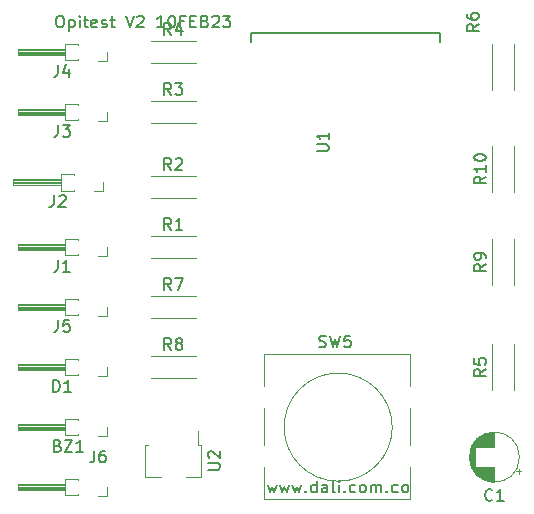
<source format=gbr>
%TF.GenerationSoftware,KiCad,Pcbnew,(5.1.10)-1*%
%TF.CreationDate,2023-02-11T08:53:15-05:00*%
%TF.ProjectId,Optitest,4f707469-7465-4737-942e-6b696361645f,rev?*%
%TF.SameCoordinates,Original*%
%TF.FileFunction,Legend,Top*%
%TF.FilePolarity,Positive*%
%FSLAX46Y46*%
G04 Gerber Fmt 4.6, Leading zero omitted, Abs format (unit mm)*
G04 Created by KiCad (PCBNEW (5.1.10)-1) date 2023-02-11 08:53:15*
%MOMM*%
%LPD*%
G01*
G04 APERTURE LIST*
%ADD10C,0.150000*%
%ADD11C,0.152400*%
%ADD12C,0.120000*%
G04 APERTURE END LIST*
D10*
X112133809Y-103925714D02*
X112324285Y-104592380D01*
X112514761Y-104116190D01*
X112705238Y-104592380D01*
X112895714Y-103925714D01*
X113181428Y-103925714D02*
X113371904Y-104592380D01*
X113562380Y-104116190D01*
X113752857Y-104592380D01*
X113943333Y-103925714D01*
X114229047Y-103925714D02*
X114419523Y-104592380D01*
X114610000Y-104116190D01*
X114800476Y-104592380D01*
X114990952Y-103925714D01*
X115371904Y-104497142D02*
X115419523Y-104544761D01*
X115371904Y-104592380D01*
X115324285Y-104544761D01*
X115371904Y-104497142D01*
X115371904Y-104592380D01*
X116276666Y-104592380D02*
X116276666Y-103592380D01*
X116276666Y-104544761D02*
X116181428Y-104592380D01*
X115990952Y-104592380D01*
X115895714Y-104544761D01*
X115848095Y-104497142D01*
X115800476Y-104401904D01*
X115800476Y-104116190D01*
X115848095Y-104020952D01*
X115895714Y-103973333D01*
X115990952Y-103925714D01*
X116181428Y-103925714D01*
X116276666Y-103973333D01*
X117181428Y-104592380D02*
X117181428Y-104068571D01*
X117133809Y-103973333D01*
X117038571Y-103925714D01*
X116848095Y-103925714D01*
X116752857Y-103973333D01*
X117181428Y-104544761D02*
X117086190Y-104592380D01*
X116848095Y-104592380D01*
X116752857Y-104544761D01*
X116705238Y-104449523D01*
X116705238Y-104354285D01*
X116752857Y-104259047D01*
X116848095Y-104211428D01*
X117086190Y-104211428D01*
X117181428Y-104163809D01*
X117800476Y-104592380D02*
X117705238Y-104544761D01*
X117657619Y-104449523D01*
X117657619Y-103592380D01*
X118181428Y-104592380D02*
X118181428Y-103925714D01*
X118181428Y-103592380D02*
X118133809Y-103640000D01*
X118181428Y-103687619D01*
X118229047Y-103640000D01*
X118181428Y-103592380D01*
X118181428Y-103687619D01*
X118657619Y-104497142D02*
X118705238Y-104544761D01*
X118657619Y-104592380D01*
X118610000Y-104544761D01*
X118657619Y-104497142D01*
X118657619Y-104592380D01*
X119562380Y-104544761D02*
X119467142Y-104592380D01*
X119276666Y-104592380D01*
X119181428Y-104544761D01*
X119133809Y-104497142D01*
X119086190Y-104401904D01*
X119086190Y-104116190D01*
X119133809Y-104020952D01*
X119181428Y-103973333D01*
X119276666Y-103925714D01*
X119467142Y-103925714D01*
X119562380Y-103973333D01*
X120133809Y-104592380D02*
X120038571Y-104544761D01*
X119990952Y-104497142D01*
X119943333Y-104401904D01*
X119943333Y-104116190D01*
X119990952Y-104020952D01*
X120038571Y-103973333D01*
X120133809Y-103925714D01*
X120276666Y-103925714D01*
X120371904Y-103973333D01*
X120419523Y-104020952D01*
X120467142Y-104116190D01*
X120467142Y-104401904D01*
X120419523Y-104497142D01*
X120371904Y-104544761D01*
X120276666Y-104592380D01*
X120133809Y-104592380D01*
X120895714Y-104592380D02*
X120895714Y-103925714D01*
X120895714Y-104020952D02*
X120943333Y-103973333D01*
X121038571Y-103925714D01*
X121181428Y-103925714D01*
X121276666Y-103973333D01*
X121324285Y-104068571D01*
X121324285Y-104592380D01*
X121324285Y-104068571D02*
X121371904Y-103973333D01*
X121467142Y-103925714D01*
X121610000Y-103925714D01*
X121705238Y-103973333D01*
X121752857Y-104068571D01*
X121752857Y-104592380D01*
X122229047Y-104497142D02*
X122276666Y-104544761D01*
X122229047Y-104592380D01*
X122181428Y-104544761D01*
X122229047Y-104497142D01*
X122229047Y-104592380D01*
X123133809Y-104544761D02*
X123038571Y-104592380D01*
X122848095Y-104592380D01*
X122752857Y-104544761D01*
X122705238Y-104497142D01*
X122657619Y-104401904D01*
X122657619Y-104116190D01*
X122705238Y-104020952D01*
X122752857Y-103973333D01*
X122848095Y-103925714D01*
X123038571Y-103925714D01*
X123133809Y-103973333D01*
X123705238Y-104592380D02*
X123610000Y-104544761D01*
X123562380Y-104497142D01*
X123514761Y-104401904D01*
X123514761Y-104116190D01*
X123562380Y-104020952D01*
X123610000Y-103973333D01*
X123705238Y-103925714D01*
X123848095Y-103925714D01*
X123943333Y-103973333D01*
X123990952Y-104020952D01*
X124038571Y-104116190D01*
X124038571Y-104401904D01*
X123990952Y-104497142D01*
X123943333Y-104544761D01*
X123848095Y-104592380D01*
X123705238Y-104592380D01*
X94457142Y-64222380D02*
X94647619Y-64222380D01*
X94742857Y-64270000D01*
X94838095Y-64365238D01*
X94885714Y-64555714D01*
X94885714Y-64889047D01*
X94838095Y-65079523D01*
X94742857Y-65174761D01*
X94647619Y-65222380D01*
X94457142Y-65222380D01*
X94361904Y-65174761D01*
X94266666Y-65079523D01*
X94219047Y-64889047D01*
X94219047Y-64555714D01*
X94266666Y-64365238D01*
X94361904Y-64270000D01*
X94457142Y-64222380D01*
X95314285Y-64555714D02*
X95314285Y-65555714D01*
X95314285Y-64603333D02*
X95409523Y-64555714D01*
X95600000Y-64555714D01*
X95695238Y-64603333D01*
X95742857Y-64650952D01*
X95790476Y-64746190D01*
X95790476Y-65031904D01*
X95742857Y-65127142D01*
X95695238Y-65174761D01*
X95600000Y-65222380D01*
X95409523Y-65222380D01*
X95314285Y-65174761D01*
X96219047Y-65222380D02*
X96219047Y-64555714D01*
X96219047Y-64222380D02*
X96171428Y-64270000D01*
X96219047Y-64317619D01*
X96266666Y-64270000D01*
X96219047Y-64222380D01*
X96219047Y-64317619D01*
X96552380Y-64555714D02*
X96933333Y-64555714D01*
X96695238Y-64222380D02*
X96695238Y-65079523D01*
X96742857Y-65174761D01*
X96838095Y-65222380D01*
X96933333Y-65222380D01*
X97647619Y-65174761D02*
X97552380Y-65222380D01*
X97361904Y-65222380D01*
X97266666Y-65174761D01*
X97219047Y-65079523D01*
X97219047Y-64698571D01*
X97266666Y-64603333D01*
X97361904Y-64555714D01*
X97552380Y-64555714D01*
X97647619Y-64603333D01*
X97695238Y-64698571D01*
X97695238Y-64793809D01*
X97219047Y-64889047D01*
X98076190Y-65174761D02*
X98171428Y-65222380D01*
X98361904Y-65222380D01*
X98457142Y-65174761D01*
X98504761Y-65079523D01*
X98504761Y-65031904D01*
X98457142Y-64936666D01*
X98361904Y-64889047D01*
X98219047Y-64889047D01*
X98123809Y-64841428D01*
X98076190Y-64746190D01*
X98076190Y-64698571D01*
X98123809Y-64603333D01*
X98219047Y-64555714D01*
X98361904Y-64555714D01*
X98457142Y-64603333D01*
X98790476Y-64555714D02*
X99171428Y-64555714D01*
X98933333Y-64222380D02*
X98933333Y-65079523D01*
X98980952Y-65174761D01*
X99076190Y-65222380D01*
X99171428Y-65222380D01*
X100123809Y-64222380D02*
X100457142Y-65222380D01*
X100790476Y-64222380D01*
X101076190Y-64317619D02*
X101123809Y-64270000D01*
X101219047Y-64222380D01*
X101457142Y-64222380D01*
X101552380Y-64270000D01*
X101600000Y-64317619D01*
X101647619Y-64412857D01*
X101647619Y-64508095D01*
X101600000Y-64650952D01*
X101028571Y-65222380D01*
X101647619Y-65222380D01*
X103361904Y-65222380D02*
X102790476Y-65222380D01*
X103076190Y-65222380D02*
X103076190Y-64222380D01*
X102980952Y-64365238D01*
X102885714Y-64460476D01*
X102790476Y-64508095D01*
X103980952Y-64222380D02*
X104076190Y-64222380D01*
X104171428Y-64270000D01*
X104219047Y-64317619D01*
X104266666Y-64412857D01*
X104314285Y-64603333D01*
X104314285Y-64841428D01*
X104266666Y-65031904D01*
X104219047Y-65127142D01*
X104171428Y-65174761D01*
X104076190Y-65222380D01*
X103980952Y-65222380D01*
X103885714Y-65174761D01*
X103838095Y-65127142D01*
X103790476Y-65031904D01*
X103742857Y-64841428D01*
X103742857Y-64603333D01*
X103790476Y-64412857D01*
X103838095Y-64317619D01*
X103885714Y-64270000D01*
X103980952Y-64222380D01*
X105076190Y-64698571D02*
X104742857Y-64698571D01*
X104742857Y-65222380D02*
X104742857Y-64222380D01*
X105219047Y-64222380D01*
X105600000Y-64698571D02*
X105933333Y-64698571D01*
X106076190Y-65222380D02*
X105600000Y-65222380D01*
X105600000Y-64222380D01*
X106076190Y-64222380D01*
X106838095Y-64698571D02*
X106980952Y-64746190D01*
X107028571Y-64793809D01*
X107076190Y-64889047D01*
X107076190Y-65031904D01*
X107028571Y-65127142D01*
X106980952Y-65174761D01*
X106885714Y-65222380D01*
X106504761Y-65222380D01*
X106504761Y-64222380D01*
X106838095Y-64222380D01*
X106933333Y-64270000D01*
X106980952Y-64317619D01*
X107028571Y-64412857D01*
X107028571Y-64508095D01*
X106980952Y-64603333D01*
X106933333Y-64650952D01*
X106838095Y-64698571D01*
X106504761Y-64698571D01*
X107457142Y-64317619D02*
X107504761Y-64270000D01*
X107600000Y-64222380D01*
X107838095Y-64222380D01*
X107933333Y-64270000D01*
X107980952Y-64317619D01*
X108028571Y-64412857D01*
X108028571Y-64508095D01*
X107980952Y-64650952D01*
X107409523Y-65222380D01*
X108028571Y-65222380D01*
X108361904Y-64222380D02*
X108980952Y-64222380D01*
X108647619Y-64603333D01*
X108790476Y-64603333D01*
X108885714Y-64650952D01*
X108933333Y-64698571D01*
X108980952Y-64793809D01*
X108980952Y-65031904D01*
X108933333Y-65127142D01*
X108885714Y-65174761D01*
X108790476Y-65222380D01*
X108504761Y-65222380D01*
X108409523Y-65174761D01*
X108361904Y-65127142D01*
D11*
%TO.C,U1*%
X126746000Y-66421000D02*
X126746000Y-65659000D01*
X126746000Y-65659000D02*
X110744000Y-65659000D01*
X110744000Y-65659000D02*
X110744000Y-66421000D01*
D12*
%TO.C,C1*%
X133450000Y-101600000D02*
G75*
G03*
X133450000Y-101600000I-2120000J0D01*
G01*
X131330000Y-100760000D02*
X131330000Y-99520000D01*
X131330000Y-103680000D02*
X131330000Y-102440000D01*
X131290000Y-100760000D02*
X131290000Y-99520000D01*
X131290000Y-103680000D02*
X131290000Y-102440000D01*
X131250000Y-100760000D02*
X131250000Y-99521000D01*
X131250000Y-103679000D02*
X131250000Y-102440000D01*
X131210000Y-103677000D02*
X131210000Y-102440000D01*
X131210000Y-100760000D02*
X131210000Y-99523000D01*
X131170000Y-103674000D02*
X131170000Y-102440000D01*
X131170000Y-100760000D02*
X131170000Y-99526000D01*
X131130000Y-103671000D02*
X131130000Y-102440000D01*
X131130000Y-100760000D02*
X131130000Y-99529000D01*
X131090000Y-103667000D02*
X131090000Y-102440000D01*
X131090000Y-100760000D02*
X131090000Y-99533000D01*
X131050000Y-103662000D02*
X131050000Y-102440000D01*
X131050000Y-100760000D02*
X131050000Y-99538000D01*
X131010000Y-103656000D02*
X131010000Y-102440000D01*
X131010000Y-100760000D02*
X131010000Y-99544000D01*
X130970000Y-103650000D02*
X130970000Y-102440000D01*
X130970000Y-100760000D02*
X130970000Y-99550000D01*
X130930000Y-103642000D02*
X130930000Y-102440000D01*
X130930000Y-100760000D02*
X130930000Y-99558000D01*
X130890000Y-103634000D02*
X130890000Y-102440000D01*
X130890000Y-100760000D02*
X130890000Y-99566000D01*
X130850000Y-103625000D02*
X130850000Y-102440000D01*
X130850000Y-100760000D02*
X130850000Y-99575000D01*
X130810000Y-103616000D02*
X130810000Y-102440000D01*
X130810000Y-100760000D02*
X130810000Y-99584000D01*
X130770000Y-103605000D02*
X130770000Y-102440000D01*
X130770000Y-100760000D02*
X130770000Y-99595000D01*
X130730000Y-103594000D02*
X130730000Y-102440000D01*
X130730000Y-100760000D02*
X130730000Y-99606000D01*
X130690000Y-103582000D02*
X130690000Y-102440000D01*
X130690000Y-100760000D02*
X130690000Y-99618000D01*
X130650000Y-103568000D02*
X130650000Y-102440000D01*
X130650000Y-100760000D02*
X130650000Y-99632000D01*
X130609000Y-103554000D02*
X130609000Y-102440000D01*
X130609000Y-100760000D02*
X130609000Y-99646000D01*
X130569000Y-103540000D02*
X130569000Y-102440000D01*
X130569000Y-100760000D02*
X130569000Y-99660000D01*
X130529000Y-103524000D02*
X130529000Y-102440000D01*
X130529000Y-100760000D02*
X130529000Y-99676000D01*
X130489000Y-103507000D02*
X130489000Y-102440000D01*
X130489000Y-100760000D02*
X130489000Y-99693000D01*
X130449000Y-103489000D02*
X130449000Y-102440000D01*
X130449000Y-100760000D02*
X130449000Y-99711000D01*
X130409000Y-103470000D02*
X130409000Y-102440000D01*
X130409000Y-100760000D02*
X130409000Y-99730000D01*
X130369000Y-103451000D02*
X130369000Y-102440000D01*
X130369000Y-100760000D02*
X130369000Y-99749000D01*
X130329000Y-103430000D02*
X130329000Y-102440000D01*
X130329000Y-100760000D02*
X130329000Y-99770000D01*
X130289000Y-103408000D02*
X130289000Y-102440000D01*
X130289000Y-100760000D02*
X130289000Y-99792000D01*
X130249000Y-103385000D02*
X130249000Y-102440000D01*
X130249000Y-100760000D02*
X130249000Y-99815000D01*
X130209000Y-103360000D02*
X130209000Y-102440000D01*
X130209000Y-100760000D02*
X130209000Y-99840000D01*
X130169000Y-103335000D02*
X130169000Y-102440000D01*
X130169000Y-100760000D02*
X130169000Y-99865000D01*
X130129000Y-103308000D02*
X130129000Y-102440000D01*
X130129000Y-100760000D02*
X130129000Y-99892000D01*
X130089000Y-103280000D02*
X130089000Y-102440000D01*
X130089000Y-100760000D02*
X130089000Y-99920000D01*
X130049000Y-103250000D02*
X130049000Y-102440000D01*
X130049000Y-100760000D02*
X130049000Y-99950000D01*
X130009000Y-103219000D02*
X130009000Y-102440000D01*
X130009000Y-100760000D02*
X130009000Y-99981000D01*
X129969000Y-103187000D02*
X129969000Y-102440000D01*
X129969000Y-100760000D02*
X129969000Y-100013000D01*
X129929000Y-103152000D02*
X129929000Y-102440000D01*
X129929000Y-100760000D02*
X129929000Y-100048000D01*
X129889000Y-103116000D02*
X129889000Y-102440000D01*
X129889000Y-100760000D02*
X129889000Y-100084000D01*
X129849000Y-103078000D02*
X129849000Y-102440000D01*
X129849000Y-100760000D02*
X129849000Y-100122000D01*
X129809000Y-103038000D02*
X129809000Y-102440000D01*
X129809000Y-100760000D02*
X129809000Y-100162000D01*
X129769000Y-102996000D02*
X129769000Y-102440000D01*
X129769000Y-100760000D02*
X129769000Y-100204000D01*
X129729000Y-102951000D02*
X129729000Y-100249000D01*
X129689000Y-102904000D02*
X129689000Y-100296000D01*
X129649000Y-102854000D02*
X129649000Y-100346000D01*
X129609000Y-102800000D02*
X129609000Y-100400000D01*
X129569000Y-102742000D02*
X129569000Y-100458000D01*
X129529000Y-102680000D02*
X129529000Y-100520000D01*
X129489000Y-102613000D02*
X129489000Y-100587000D01*
X129449000Y-102540000D02*
X129449000Y-100660000D01*
X129409000Y-102459000D02*
X129409000Y-100741000D01*
X129369000Y-102368000D02*
X129369000Y-100832000D01*
X129329000Y-102264000D02*
X129329000Y-100936000D01*
X129289000Y-102137000D02*
X129289000Y-101063000D01*
X129249000Y-101970000D02*
X129249000Y-101230000D01*
X133599801Y-102795000D02*
X133199801Y-102795000D01*
X133399801Y-102995000D02*
X133399801Y-102595000D01*
%TO.C,R1*%
X102220000Y-82900000D02*
X106060000Y-82900000D01*
X102220000Y-84740000D02*
X106060000Y-84740000D01*
%TO.C,R2*%
X102220000Y-79660000D02*
X106060000Y-79660000D01*
X102220000Y-77820000D02*
X106060000Y-77820000D01*
%TO.C,R3*%
X102220000Y-71470000D02*
X106060000Y-71470000D01*
X102220000Y-73310000D02*
X106060000Y-73310000D01*
%TO.C,R4*%
X102220000Y-68230000D02*
X106060000Y-68230000D01*
X102220000Y-66390000D02*
X106060000Y-66390000D01*
%TO.C,R5*%
X133000000Y-95900000D02*
X133000000Y-92060000D01*
X131160000Y-95900000D02*
X131160000Y-92060000D01*
%TO.C,R6*%
X133000000Y-66660000D02*
X133000000Y-70500000D01*
X131160000Y-66660000D02*
X131160000Y-70500000D01*
%TO.C,R7*%
X102220000Y-87980000D02*
X106060000Y-87980000D01*
X102220000Y-89820000D02*
X106060000Y-89820000D01*
%TO.C,R8*%
X102220000Y-94900000D02*
X106060000Y-94900000D01*
X102220000Y-93060000D02*
X106060000Y-93060000D01*
%TO.C,R9*%
X131160000Y-87010000D02*
X131160000Y-83170000D01*
X133000000Y-87010000D02*
X133000000Y-83170000D01*
%TO.C,R10*%
X133000000Y-79120000D02*
X133000000Y-75280000D01*
X131160000Y-79120000D02*
X131160000Y-75280000D01*
%TO.C,J5*%
X96080000Y-89519677D02*
X96080000Y-89595000D01*
X96080000Y-89595000D02*
X94960000Y-89595000D01*
X94960000Y-89595000D02*
X94960000Y-88205000D01*
X94960000Y-88205000D02*
X96080000Y-88205000D01*
X96080000Y-88205000D02*
X96080000Y-88280323D01*
X94960000Y-89160000D02*
X90960000Y-89160000D01*
X90960000Y-89160000D02*
X90960000Y-88640000D01*
X90960000Y-88640000D02*
X94960000Y-88640000D01*
X94960000Y-89100000D02*
X90960000Y-89100000D01*
X94960000Y-88980000D02*
X90960000Y-88980000D01*
X94960000Y-88860000D02*
X90960000Y-88860000D01*
X94960000Y-88740000D02*
X90960000Y-88740000D01*
X98550000Y-88900000D02*
X98550000Y-89660000D01*
X98550000Y-89660000D02*
X97790000Y-89660000D01*
%TO.C,U2*%
X103090000Y-103260000D02*
X101780000Y-103260000D01*
X101780000Y-103260000D02*
X101780000Y-100540000D01*
X106270000Y-99400000D02*
X106270000Y-100540000D01*
X106500000Y-103260000D02*
X105190000Y-103260000D01*
X106500000Y-100540000D02*
X106500000Y-103260000D01*
X106500000Y-100540000D02*
X106270000Y-100540000D01*
X101780000Y-100540000D02*
X102010000Y-100540000D01*
%TO.C,BZ1*%
X98550000Y-99820000D02*
X97790000Y-99820000D01*
X98550000Y-99060000D02*
X98550000Y-99820000D01*
X94960000Y-98900000D02*
X90960000Y-98900000D01*
X94960000Y-99020000D02*
X90960000Y-99020000D01*
X94960000Y-99140000D02*
X90960000Y-99140000D01*
X94960000Y-99260000D02*
X90960000Y-99260000D01*
X90960000Y-98800000D02*
X94960000Y-98800000D01*
X90960000Y-99320000D02*
X90960000Y-98800000D01*
X94960000Y-99320000D02*
X90960000Y-99320000D01*
X96080000Y-98365000D02*
X96080000Y-98440323D01*
X94960000Y-98365000D02*
X96080000Y-98365000D01*
X94960000Y-99755000D02*
X94960000Y-98365000D01*
X96080000Y-99755000D02*
X94960000Y-99755000D01*
X96080000Y-99679677D02*
X96080000Y-99755000D01*
%TO.C,D1*%
X96080000Y-94599677D02*
X96080000Y-94675000D01*
X96080000Y-94675000D02*
X94960000Y-94675000D01*
X94960000Y-94675000D02*
X94960000Y-93285000D01*
X94960000Y-93285000D02*
X96080000Y-93285000D01*
X96080000Y-93285000D02*
X96080000Y-93360323D01*
X94960000Y-94240000D02*
X90960000Y-94240000D01*
X90960000Y-94240000D02*
X90960000Y-93720000D01*
X90960000Y-93720000D02*
X94960000Y-93720000D01*
X94960000Y-94180000D02*
X90960000Y-94180000D01*
X94960000Y-94060000D02*
X90960000Y-94060000D01*
X94960000Y-93940000D02*
X90960000Y-93940000D01*
X94960000Y-93820000D02*
X90960000Y-93820000D01*
X98550000Y-93980000D02*
X98550000Y-94740000D01*
X98550000Y-94740000D02*
X97790000Y-94740000D01*
%TO.C,J1*%
X96080000Y-84439677D02*
X96080000Y-84515000D01*
X96080000Y-84515000D02*
X94960000Y-84515000D01*
X94960000Y-84515000D02*
X94960000Y-83125000D01*
X94960000Y-83125000D02*
X96080000Y-83125000D01*
X96080000Y-83125000D02*
X96080000Y-83200323D01*
X94960000Y-84080000D02*
X90960000Y-84080000D01*
X90960000Y-84080000D02*
X90960000Y-83560000D01*
X90960000Y-83560000D02*
X94960000Y-83560000D01*
X94960000Y-84020000D02*
X90960000Y-84020000D01*
X94960000Y-83900000D02*
X90960000Y-83900000D01*
X94960000Y-83780000D02*
X90960000Y-83780000D01*
X94960000Y-83660000D02*
X90960000Y-83660000D01*
X98550000Y-83820000D02*
X98550000Y-84580000D01*
X98550000Y-84580000D02*
X97790000Y-84580000D01*
%TO.C,J2*%
X98205001Y-79095001D02*
X97445001Y-79095001D01*
X98205001Y-78335001D02*
X98205001Y-79095001D01*
X94615001Y-78175001D02*
X90615001Y-78175001D01*
X94615001Y-78295001D02*
X90615001Y-78295001D01*
X94615001Y-78415001D02*
X90615001Y-78415001D01*
X94615001Y-78535001D02*
X90615001Y-78535001D01*
X90615001Y-78075001D02*
X94615001Y-78075001D01*
X90615001Y-78595001D02*
X90615001Y-78075001D01*
X94615001Y-78595001D02*
X90615001Y-78595001D01*
X95735001Y-77640001D02*
X95735001Y-77715324D01*
X94615001Y-77640001D02*
X95735001Y-77640001D01*
X94615001Y-79030001D02*
X94615001Y-77640001D01*
X95735001Y-79030001D02*
X94615001Y-79030001D01*
X95735001Y-78954678D02*
X95735001Y-79030001D01*
%TO.C,J3*%
X96080000Y-73009677D02*
X96080000Y-73085000D01*
X96080000Y-73085000D02*
X94960000Y-73085000D01*
X94960000Y-73085000D02*
X94960000Y-71695000D01*
X94960000Y-71695000D02*
X96080000Y-71695000D01*
X96080000Y-71695000D02*
X96080000Y-71770323D01*
X94960000Y-72650000D02*
X90960000Y-72650000D01*
X90960000Y-72650000D02*
X90960000Y-72130000D01*
X90960000Y-72130000D02*
X94960000Y-72130000D01*
X94960000Y-72590000D02*
X90960000Y-72590000D01*
X94960000Y-72470000D02*
X90960000Y-72470000D01*
X94960000Y-72350000D02*
X90960000Y-72350000D01*
X94960000Y-72230000D02*
X90960000Y-72230000D01*
X98550000Y-72390000D02*
X98550000Y-73150000D01*
X98550000Y-73150000D02*
X97790000Y-73150000D01*
%TO.C,J4*%
X98550000Y-68070000D02*
X97790000Y-68070000D01*
X98550000Y-67310000D02*
X98550000Y-68070000D01*
X94960000Y-67150000D02*
X90960000Y-67150000D01*
X94960000Y-67270000D02*
X90960000Y-67270000D01*
X94960000Y-67390000D02*
X90960000Y-67390000D01*
X94960000Y-67510000D02*
X90960000Y-67510000D01*
X90960000Y-67050000D02*
X94960000Y-67050000D01*
X90960000Y-67570000D02*
X90960000Y-67050000D01*
X94960000Y-67570000D02*
X90960000Y-67570000D01*
X96080000Y-66615000D02*
X96080000Y-66690323D01*
X94960000Y-66615000D02*
X96080000Y-66615000D01*
X94960000Y-68005000D02*
X94960000Y-66615000D01*
X96080000Y-68005000D02*
X94960000Y-68005000D01*
X96080000Y-67929677D02*
X96080000Y-68005000D01*
%TO.C,J6*%
X96080000Y-104759677D02*
X96080000Y-104835000D01*
X96080000Y-104835000D02*
X94960000Y-104835000D01*
X94960000Y-104835000D02*
X94960000Y-103445000D01*
X94960000Y-103445000D02*
X96080000Y-103445000D01*
X96080000Y-103445000D02*
X96080000Y-103520323D01*
X94960000Y-104400000D02*
X90960000Y-104400000D01*
X90960000Y-104400000D02*
X90960000Y-103880000D01*
X90960000Y-103880000D02*
X94960000Y-103880000D01*
X94960000Y-104340000D02*
X90960000Y-104340000D01*
X94960000Y-104220000D02*
X90960000Y-104220000D01*
X94960000Y-104100000D02*
X90960000Y-104100000D01*
X94960000Y-103980000D02*
X90960000Y-103980000D01*
X98550000Y-104140000D02*
X98550000Y-104900000D01*
X98550000Y-104900000D02*
X97790000Y-104900000D01*
%TO.C,SW5*%
X111860000Y-92870000D02*
X124160000Y-92870000D01*
X124160000Y-97450000D02*
X124160000Y-100590000D01*
X124160000Y-105170000D02*
X111860000Y-105170000D01*
X111860000Y-95590000D02*
X111860000Y-92870000D01*
X122689050Y-99060000D02*
G75*
G03*
X122689050Y-99060000I-4579050J0D01*
G01*
X111860000Y-105170000D02*
X111860000Y-102450000D01*
X111860000Y-100590000D02*
X111860000Y-97450000D01*
X124160000Y-102450000D02*
X124160000Y-105170000D01*
X124160000Y-92870000D02*
X124160000Y-95590000D01*
%TO.C,U1*%
D10*
X116292380Y-75691904D02*
X117101904Y-75691904D01*
X117197142Y-75644285D01*
X117244761Y-75596666D01*
X117292380Y-75501428D01*
X117292380Y-75310952D01*
X117244761Y-75215714D01*
X117197142Y-75168095D01*
X117101904Y-75120476D01*
X116292380Y-75120476D01*
X117292380Y-74120476D02*
X117292380Y-74691904D01*
X117292380Y-74406190D02*
X116292380Y-74406190D01*
X116435238Y-74501428D01*
X116530476Y-74596666D01*
X116578095Y-74691904D01*
%TO.C,C1*%
X131163333Y-105207142D02*
X131115714Y-105254761D01*
X130972857Y-105302380D01*
X130877619Y-105302380D01*
X130734761Y-105254761D01*
X130639523Y-105159523D01*
X130591904Y-105064285D01*
X130544285Y-104873809D01*
X130544285Y-104730952D01*
X130591904Y-104540476D01*
X130639523Y-104445238D01*
X130734761Y-104350000D01*
X130877619Y-104302380D01*
X130972857Y-104302380D01*
X131115714Y-104350000D01*
X131163333Y-104397619D01*
X132115714Y-105302380D02*
X131544285Y-105302380D01*
X131830000Y-105302380D02*
X131830000Y-104302380D01*
X131734761Y-104445238D01*
X131639523Y-104540476D01*
X131544285Y-104588095D01*
%TO.C,R1*%
X103973333Y-82352380D02*
X103640000Y-81876190D01*
X103401904Y-82352380D02*
X103401904Y-81352380D01*
X103782857Y-81352380D01*
X103878095Y-81400000D01*
X103925714Y-81447619D01*
X103973333Y-81542857D01*
X103973333Y-81685714D01*
X103925714Y-81780952D01*
X103878095Y-81828571D01*
X103782857Y-81876190D01*
X103401904Y-81876190D01*
X104925714Y-82352380D02*
X104354285Y-82352380D01*
X104640000Y-82352380D02*
X104640000Y-81352380D01*
X104544761Y-81495238D01*
X104449523Y-81590476D01*
X104354285Y-81638095D01*
%TO.C,R2*%
X103973333Y-77272380D02*
X103640000Y-76796190D01*
X103401904Y-77272380D02*
X103401904Y-76272380D01*
X103782857Y-76272380D01*
X103878095Y-76320000D01*
X103925714Y-76367619D01*
X103973333Y-76462857D01*
X103973333Y-76605714D01*
X103925714Y-76700952D01*
X103878095Y-76748571D01*
X103782857Y-76796190D01*
X103401904Y-76796190D01*
X104354285Y-76367619D02*
X104401904Y-76320000D01*
X104497142Y-76272380D01*
X104735238Y-76272380D01*
X104830476Y-76320000D01*
X104878095Y-76367619D01*
X104925714Y-76462857D01*
X104925714Y-76558095D01*
X104878095Y-76700952D01*
X104306666Y-77272380D01*
X104925714Y-77272380D01*
%TO.C,R3*%
X103973333Y-70922380D02*
X103640000Y-70446190D01*
X103401904Y-70922380D02*
X103401904Y-69922380D01*
X103782857Y-69922380D01*
X103878095Y-69970000D01*
X103925714Y-70017619D01*
X103973333Y-70112857D01*
X103973333Y-70255714D01*
X103925714Y-70350952D01*
X103878095Y-70398571D01*
X103782857Y-70446190D01*
X103401904Y-70446190D01*
X104306666Y-69922380D02*
X104925714Y-69922380D01*
X104592380Y-70303333D01*
X104735238Y-70303333D01*
X104830476Y-70350952D01*
X104878095Y-70398571D01*
X104925714Y-70493809D01*
X104925714Y-70731904D01*
X104878095Y-70827142D01*
X104830476Y-70874761D01*
X104735238Y-70922380D01*
X104449523Y-70922380D01*
X104354285Y-70874761D01*
X104306666Y-70827142D01*
%TO.C,R4*%
X103973333Y-65842380D02*
X103640000Y-65366190D01*
X103401904Y-65842380D02*
X103401904Y-64842380D01*
X103782857Y-64842380D01*
X103878095Y-64890000D01*
X103925714Y-64937619D01*
X103973333Y-65032857D01*
X103973333Y-65175714D01*
X103925714Y-65270952D01*
X103878095Y-65318571D01*
X103782857Y-65366190D01*
X103401904Y-65366190D01*
X104830476Y-65175714D02*
X104830476Y-65842380D01*
X104592380Y-64794761D02*
X104354285Y-65509047D01*
X104973333Y-65509047D01*
%TO.C,R5*%
X130612380Y-94146666D02*
X130136190Y-94480000D01*
X130612380Y-94718095D02*
X129612380Y-94718095D01*
X129612380Y-94337142D01*
X129660000Y-94241904D01*
X129707619Y-94194285D01*
X129802857Y-94146666D01*
X129945714Y-94146666D01*
X130040952Y-94194285D01*
X130088571Y-94241904D01*
X130136190Y-94337142D01*
X130136190Y-94718095D01*
X129612380Y-93241904D02*
X129612380Y-93718095D01*
X130088571Y-93765714D01*
X130040952Y-93718095D01*
X129993333Y-93622857D01*
X129993333Y-93384761D01*
X130040952Y-93289523D01*
X130088571Y-93241904D01*
X130183809Y-93194285D01*
X130421904Y-93194285D01*
X130517142Y-93241904D01*
X130564761Y-93289523D01*
X130612380Y-93384761D01*
X130612380Y-93622857D01*
X130564761Y-93718095D01*
X130517142Y-93765714D01*
%TO.C,R6*%
X129992380Y-64936666D02*
X129516190Y-65270000D01*
X129992380Y-65508095D02*
X128992380Y-65508095D01*
X128992380Y-65127142D01*
X129040000Y-65031904D01*
X129087619Y-64984285D01*
X129182857Y-64936666D01*
X129325714Y-64936666D01*
X129420952Y-64984285D01*
X129468571Y-65031904D01*
X129516190Y-65127142D01*
X129516190Y-65508095D01*
X128992380Y-64079523D02*
X128992380Y-64270000D01*
X129040000Y-64365238D01*
X129087619Y-64412857D01*
X129230476Y-64508095D01*
X129420952Y-64555714D01*
X129801904Y-64555714D01*
X129897142Y-64508095D01*
X129944761Y-64460476D01*
X129992380Y-64365238D01*
X129992380Y-64174761D01*
X129944761Y-64079523D01*
X129897142Y-64031904D01*
X129801904Y-63984285D01*
X129563809Y-63984285D01*
X129468571Y-64031904D01*
X129420952Y-64079523D01*
X129373333Y-64174761D01*
X129373333Y-64365238D01*
X129420952Y-64460476D01*
X129468571Y-64508095D01*
X129563809Y-64555714D01*
%TO.C,R7*%
X103973333Y-87432380D02*
X103640000Y-86956190D01*
X103401904Y-87432380D02*
X103401904Y-86432380D01*
X103782857Y-86432380D01*
X103878095Y-86480000D01*
X103925714Y-86527619D01*
X103973333Y-86622857D01*
X103973333Y-86765714D01*
X103925714Y-86860952D01*
X103878095Y-86908571D01*
X103782857Y-86956190D01*
X103401904Y-86956190D01*
X104306666Y-86432380D02*
X104973333Y-86432380D01*
X104544761Y-87432380D01*
%TO.C,R8*%
X103973333Y-92512380D02*
X103640000Y-92036190D01*
X103401904Y-92512380D02*
X103401904Y-91512380D01*
X103782857Y-91512380D01*
X103878095Y-91560000D01*
X103925714Y-91607619D01*
X103973333Y-91702857D01*
X103973333Y-91845714D01*
X103925714Y-91940952D01*
X103878095Y-91988571D01*
X103782857Y-92036190D01*
X103401904Y-92036190D01*
X104544761Y-91940952D02*
X104449523Y-91893333D01*
X104401904Y-91845714D01*
X104354285Y-91750476D01*
X104354285Y-91702857D01*
X104401904Y-91607619D01*
X104449523Y-91560000D01*
X104544761Y-91512380D01*
X104735238Y-91512380D01*
X104830476Y-91560000D01*
X104878095Y-91607619D01*
X104925714Y-91702857D01*
X104925714Y-91750476D01*
X104878095Y-91845714D01*
X104830476Y-91893333D01*
X104735238Y-91940952D01*
X104544761Y-91940952D01*
X104449523Y-91988571D01*
X104401904Y-92036190D01*
X104354285Y-92131428D01*
X104354285Y-92321904D01*
X104401904Y-92417142D01*
X104449523Y-92464761D01*
X104544761Y-92512380D01*
X104735238Y-92512380D01*
X104830476Y-92464761D01*
X104878095Y-92417142D01*
X104925714Y-92321904D01*
X104925714Y-92131428D01*
X104878095Y-92036190D01*
X104830476Y-91988571D01*
X104735238Y-91940952D01*
%TO.C,R9*%
X130612380Y-85256666D02*
X130136190Y-85590000D01*
X130612380Y-85828095D02*
X129612380Y-85828095D01*
X129612380Y-85447142D01*
X129660000Y-85351904D01*
X129707619Y-85304285D01*
X129802857Y-85256666D01*
X129945714Y-85256666D01*
X130040952Y-85304285D01*
X130088571Y-85351904D01*
X130136190Y-85447142D01*
X130136190Y-85828095D01*
X130612380Y-84780476D02*
X130612380Y-84590000D01*
X130564761Y-84494761D01*
X130517142Y-84447142D01*
X130374285Y-84351904D01*
X130183809Y-84304285D01*
X129802857Y-84304285D01*
X129707619Y-84351904D01*
X129660000Y-84399523D01*
X129612380Y-84494761D01*
X129612380Y-84685238D01*
X129660000Y-84780476D01*
X129707619Y-84828095D01*
X129802857Y-84875714D01*
X130040952Y-84875714D01*
X130136190Y-84828095D01*
X130183809Y-84780476D01*
X130231428Y-84685238D01*
X130231428Y-84494761D01*
X130183809Y-84399523D01*
X130136190Y-84351904D01*
X130040952Y-84304285D01*
%TO.C,R10*%
X130612380Y-77842857D02*
X130136190Y-78176190D01*
X130612380Y-78414285D02*
X129612380Y-78414285D01*
X129612380Y-78033333D01*
X129660000Y-77938095D01*
X129707619Y-77890476D01*
X129802857Y-77842857D01*
X129945714Y-77842857D01*
X130040952Y-77890476D01*
X130088571Y-77938095D01*
X130136190Y-78033333D01*
X130136190Y-78414285D01*
X130612380Y-76890476D02*
X130612380Y-77461904D01*
X130612380Y-77176190D02*
X129612380Y-77176190D01*
X129755238Y-77271428D01*
X129850476Y-77366666D01*
X129898095Y-77461904D01*
X129612380Y-76271428D02*
X129612380Y-76176190D01*
X129660000Y-76080952D01*
X129707619Y-76033333D01*
X129802857Y-75985714D01*
X129993333Y-75938095D01*
X130231428Y-75938095D01*
X130421904Y-75985714D01*
X130517142Y-76033333D01*
X130564761Y-76080952D01*
X130612380Y-76176190D01*
X130612380Y-76271428D01*
X130564761Y-76366666D01*
X130517142Y-76414285D01*
X130421904Y-76461904D01*
X130231428Y-76509523D01*
X129993333Y-76509523D01*
X129802857Y-76461904D01*
X129707619Y-76414285D01*
X129660000Y-76366666D01*
X129612380Y-76271428D01*
%TO.C,J5*%
X94389166Y-89987380D02*
X94389166Y-90701666D01*
X94341547Y-90844523D01*
X94246309Y-90939761D01*
X94103452Y-90987380D01*
X94008214Y-90987380D01*
X95341547Y-89987380D02*
X94865357Y-89987380D01*
X94817738Y-90463571D01*
X94865357Y-90415952D01*
X94960595Y-90368333D01*
X95198690Y-90368333D01*
X95293928Y-90415952D01*
X95341547Y-90463571D01*
X95389166Y-90558809D01*
X95389166Y-90796904D01*
X95341547Y-90892142D01*
X95293928Y-90939761D01*
X95198690Y-90987380D01*
X94960595Y-90987380D01*
X94865357Y-90939761D01*
X94817738Y-90892142D01*
%TO.C,U2*%
X107092380Y-102661904D02*
X107901904Y-102661904D01*
X107997142Y-102614285D01*
X108044761Y-102566666D01*
X108092380Y-102471428D01*
X108092380Y-102280952D01*
X108044761Y-102185714D01*
X107997142Y-102138095D01*
X107901904Y-102090476D01*
X107092380Y-102090476D01*
X107187619Y-101661904D02*
X107140000Y-101614285D01*
X107092380Y-101519047D01*
X107092380Y-101280952D01*
X107140000Y-101185714D01*
X107187619Y-101138095D01*
X107282857Y-101090476D01*
X107378095Y-101090476D01*
X107520952Y-101138095D01*
X108092380Y-101709523D01*
X108092380Y-101090476D01*
%TO.C,BZ1*%
X94369047Y-100623571D02*
X94511904Y-100671190D01*
X94559523Y-100718809D01*
X94607142Y-100814047D01*
X94607142Y-100956904D01*
X94559523Y-101052142D01*
X94511904Y-101099761D01*
X94416666Y-101147380D01*
X94035714Y-101147380D01*
X94035714Y-100147380D01*
X94369047Y-100147380D01*
X94464285Y-100195000D01*
X94511904Y-100242619D01*
X94559523Y-100337857D01*
X94559523Y-100433095D01*
X94511904Y-100528333D01*
X94464285Y-100575952D01*
X94369047Y-100623571D01*
X94035714Y-100623571D01*
X94940476Y-100147380D02*
X95607142Y-100147380D01*
X94940476Y-101147380D01*
X95607142Y-101147380D01*
X96511904Y-101147380D02*
X95940476Y-101147380D01*
X96226190Y-101147380D02*
X96226190Y-100147380D01*
X96130952Y-100290238D01*
X96035714Y-100385476D01*
X95940476Y-100433095D01*
%TO.C,D1*%
X93984404Y-96067380D02*
X93984404Y-95067380D01*
X94222500Y-95067380D01*
X94365357Y-95115000D01*
X94460595Y-95210238D01*
X94508214Y-95305476D01*
X94555833Y-95495952D01*
X94555833Y-95638809D01*
X94508214Y-95829285D01*
X94460595Y-95924523D01*
X94365357Y-96019761D01*
X94222500Y-96067380D01*
X93984404Y-96067380D01*
X95508214Y-96067380D02*
X94936785Y-96067380D01*
X95222500Y-96067380D02*
X95222500Y-95067380D01*
X95127261Y-95210238D01*
X95032023Y-95305476D01*
X94936785Y-95353095D01*
%TO.C,J1*%
X94389166Y-84907380D02*
X94389166Y-85621666D01*
X94341547Y-85764523D01*
X94246309Y-85859761D01*
X94103452Y-85907380D01*
X94008214Y-85907380D01*
X95389166Y-85907380D02*
X94817738Y-85907380D01*
X95103452Y-85907380D02*
X95103452Y-84907380D01*
X95008214Y-85050238D01*
X94912976Y-85145476D01*
X94817738Y-85193095D01*
%TO.C,J2*%
X94044167Y-79422381D02*
X94044167Y-80136667D01*
X93996548Y-80279524D01*
X93901310Y-80374762D01*
X93758453Y-80422381D01*
X93663215Y-80422381D01*
X94472739Y-79517620D02*
X94520358Y-79470001D01*
X94615596Y-79422381D01*
X94853691Y-79422381D01*
X94948929Y-79470001D01*
X94996548Y-79517620D01*
X95044167Y-79612858D01*
X95044167Y-79708096D01*
X94996548Y-79850953D01*
X94425120Y-80422381D01*
X95044167Y-80422381D01*
%TO.C,J3*%
X94389166Y-73477380D02*
X94389166Y-74191666D01*
X94341547Y-74334523D01*
X94246309Y-74429761D01*
X94103452Y-74477380D01*
X94008214Y-74477380D01*
X94770119Y-73477380D02*
X95389166Y-73477380D01*
X95055833Y-73858333D01*
X95198690Y-73858333D01*
X95293928Y-73905952D01*
X95341547Y-73953571D01*
X95389166Y-74048809D01*
X95389166Y-74286904D01*
X95341547Y-74382142D01*
X95293928Y-74429761D01*
X95198690Y-74477380D01*
X94912976Y-74477380D01*
X94817738Y-74429761D01*
X94770119Y-74382142D01*
%TO.C,J4*%
X94389166Y-68397380D02*
X94389166Y-69111666D01*
X94341547Y-69254523D01*
X94246309Y-69349761D01*
X94103452Y-69397380D01*
X94008214Y-69397380D01*
X95293928Y-68730714D02*
X95293928Y-69397380D01*
X95055833Y-68349761D02*
X94817738Y-69064047D01*
X95436785Y-69064047D01*
%TO.C,J6*%
X97456666Y-101052380D02*
X97456666Y-101766666D01*
X97409047Y-101909523D01*
X97313809Y-102004761D01*
X97170952Y-102052380D01*
X97075714Y-102052380D01*
X98361428Y-101052380D02*
X98170952Y-101052380D01*
X98075714Y-101100000D01*
X98028095Y-101147619D01*
X97932857Y-101290476D01*
X97885238Y-101480952D01*
X97885238Y-101861904D01*
X97932857Y-101957142D01*
X97980476Y-102004761D01*
X98075714Y-102052380D01*
X98266190Y-102052380D01*
X98361428Y-102004761D01*
X98409047Y-101957142D01*
X98456666Y-101861904D01*
X98456666Y-101623809D01*
X98409047Y-101528571D01*
X98361428Y-101480952D01*
X98266190Y-101433333D01*
X98075714Y-101433333D01*
X97980476Y-101480952D01*
X97932857Y-101528571D01*
X97885238Y-101623809D01*
%TO.C,SW5*%
X116506666Y-92264761D02*
X116649523Y-92312380D01*
X116887619Y-92312380D01*
X116982857Y-92264761D01*
X117030476Y-92217142D01*
X117078095Y-92121904D01*
X117078095Y-92026666D01*
X117030476Y-91931428D01*
X116982857Y-91883809D01*
X116887619Y-91836190D01*
X116697142Y-91788571D01*
X116601904Y-91740952D01*
X116554285Y-91693333D01*
X116506666Y-91598095D01*
X116506666Y-91502857D01*
X116554285Y-91407619D01*
X116601904Y-91360000D01*
X116697142Y-91312380D01*
X116935238Y-91312380D01*
X117078095Y-91360000D01*
X117411428Y-91312380D02*
X117649523Y-92312380D01*
X117840000Y-91598095D01*
X118030476Y-92312380D01*
X118268571Y-91312380D01*
X119125714Y-91312380D02*
X118649523Y-91312380D01*
X118601904Y-91788571D01*
X118649523Y-91740952D01*
X118744761Y-91693333D01*
X118982857Y-91693333D01*
X119078095Y-91740952D01*
X119125714Y-91788571D01*
X119173333Y-91883809D01*
X119173333Y-92121904D01*
X119125714Y-92217142D01*
X119078095Y-92264761D01*
X118982857Y-92312380D01*
X118744761Y-92312380D01*
X118649523Y-92264761D01*
X118601904Y-92217142D01*
%TD*%
M02*

</source>
